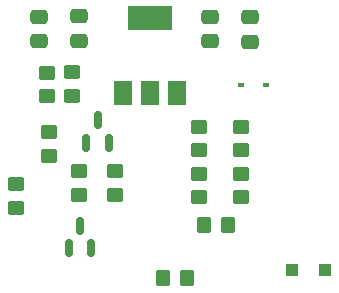
<source format=gbp>
G04 #@! TF.GenerationSoftware,KiCad,Pcbnew,6.0.4-6f826c9f35~116~ubuntu20.04.1*
G04 #@! TF.CreationDate,2022-03-23T14:40:53-04:00*
G04 #@! TF.ProjectId,ESP32 Sensing,45535033-3220-4536-956e-73696e672e6b,rev?*
G04 #@! TF.SameCoordinates,Original*
G04 #@! TF.FileFunction,Paste,Bot*
G04 #@! TF.FilePolarity,Positive*
%FSLAX46Y46*%
G04 Gerber Fmt 4.6, Leading zero omitted, Abs format (unit mm)*
G04 Created by KiCad (PCBNEW 6.0.4-6f826c9f35~116~ubuntu20.04.1) date 2022-03-23 14:40:53*
%MOMM*%
%LPD*%
G01*
G04 APERTURE LIST*
G04 Aperture macros list*
%AMRoundRect*
0 Rectangle with rounded corners*
0 $1 Rounding radius*
0 $2 $3 $4 $5 $6 $7 $8 $9 X,Y pos of 4 corners*
0 Add a 4 corners polygon primitive as box body*
4,1,4,$2,$3,$4,$5,$6,$7,$8,$9,$2,$3,0*
0 Add four circle primitives for the rounded corners*
1,1,$1+$1,$2,$3*
1,1,$1+$1,$4,$5*
1,1,$1+$1,$6,$7*
1,1,$1+$1,$8,$9*
0 Add four rect primitives between the rounded corners*
20,1,$1+$1,$2,$3,$4,$5,0*
20,1,$1+$1,$4,$5,$6,$7,0*
20,1,$1+$1,$6,$7,$8,$9,0*
20,1,$1+$1,$8,$9,$2,$3,0*%
G04 Aperture macros list end*
%ADD10RoundRect,0.250000X0.350000X0.450000X-0.350000X0.450000X-0.350000X-0.450000X0.350000X-0.450000X0*%
%ADD11RoundRect,0.250000X-0.450000X0.350000X-0.450000X-0.350000X0.450000X-0.350000X0.450000X0.350000X0*%
%ADD12RoundRect,0.250000X0.450000X-0.350000X0.450000X0.350000X-0.450000X0.350000X-0.450000X-0.350000X0*%
%ADD13RoundRect,0.150000X0.150000X-0.587500X0.150000X0.587500X-0.150000X0.587500X-0.150000X-0.587500X0*%
%ADD14RoundRect,0.250000X-0.350000X-0.450000X0.350000X-0.450000X0.350000X0.450000X-0.350000X0.450000X0*%
%ADD15RoundRect,0.250000X0.475000X-0.337500X0.475000X0.337500X-0.475000X0.337500X-0.475000X-0.337500X0*%
%ADD16R,1.100000X1.100000*%
%ADD17R,0.600000X0.450000*%
%ADD18R,1.500000X2.000000*%
%ADD19R,3.800000X2.000000*%
G04 APERTURE END LIST*
D10*
X134475745Y-120019834D03*
X132475745Y-120019834D03*
D11*
X135522187Y-111211093D03*
X135522187Y-113211093D03*
D12*
X124784101Y-104625595D03*
X124784101Y-102625595D03*
D11*
X122686912Y-102645379D03*
X122686912Y-104645379D03*
D13*
X127891067Y-108578172D03*
X125991067Y-108578172D03*
X126941067Y-106703172D03*
D11*
X139065471Y-107220000D03*
X139065471Y-109220000D03*
D14*
X135949738Y-115573251D03*
X137949738Y-115573251D03*
D15*
X125386298Y-99955049D03*
X125386298Y-97880049D03*
D13*
X126378478Y-117481927D03*
X124478478Y-117481927D03*
X125428478Y-115606927D03*
D11*
X135545928Y-107246218D03*
X135545928Y-109246218D03*
D15*
X136473027Y-100005903D03*
X136473027Y-97930903D03*
D11*
X139059710Y-111211093D03*
X139059710Y-113211093D03*
D16*
X146180000Y-119380000D03*
X143380000Y-119380000D03*
D11*
X125338878Y-110982015D03*
X125338878Y-112982015D03*
X120059481Y-112114588D03*
X120059481Y-114114588D03*
D17*
X141206564Y-103692696D03*
X139106564Y-103692696D03*
D12*
X128393918Y-113022749D03*
X128393918Y-111022749D03*
D18*
X133651971Y-104369973D03*
X131351971Y-104369973D03*
D19*
X131351971Y-98069973D03*
D18*
X129051971Y-104369973D03*
D12*
X122864644Y-109677474D03*
X122864644Y-107677474D03*
D15*
X139878179Y-100038106D03*
X139878179Y-97963106D03*
X122012752Y-99978791D03*
X122012752Y-97903791D03*
M02*

</source>
